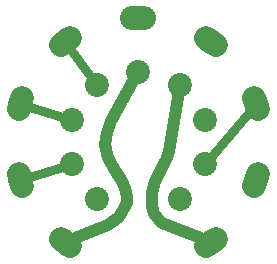
<source format=gtl>
G04 #@! TF.GenerationSoftware,KiCad,Pcbnew,(5.0.2)-1*
G04 #@! TF.CreationDate,2019-04-02T21:27:11-07:00*
G04 #@! TF.ProjectId,5670-6922-adapter,35363730-2d36-4393-9232-2d6164617074,rev?*
G04 #@! TF.SameCoordinates,Original*
G04 #@! TF.FileFunction,Copper,L1,Top*
G04 #@! TF.FilePolarity,Positive*
%FSLAX46Y46*%
G04 Gerber Fmt 4.6, Leading zero omitted, Abs format (unit mm)*
G04 Created by KiCad (PCBNEW (5.0.2)-1) date 4/2/2019 9:27:11 PM*
%MOMM*%
%LPD*%
G01*
G04 APERTURE LIST*
G04 #@! TA.AperFunction,ComponentPad*
%ADD10C,2.030000*%
G04 #@! TD*
G04 #@! TA.AperFunction,Conductor*
%ADD11C,2.030000*%
G04 #@! TD*
G04 #@! TA.AperFunction,ComponentPad*
%ADD12O,3.050000X2.030000*%
G04 #@! TD*
G04 #@! TA.AperFunction,Conductor*
%ADD13C,1.016000*%
G04 #@! TD*
G04 #@! TA.AperFunction,Conductor*
%ADD14C,0.762000*%
G04 #@! TD*
G04 APERTURE END LIST*
D10*
G04 #@! TO.P,J1,1*
G04 #@! TO.N,Heater1*
X101421745Y-87869678D03*
D11*
G04 #@! TD*
G04 #@! TO.N,Heater1*
G04 #@! TO.C,J1*
X101834344Y-87569908D02*
X101009146Y-88169448D01*
D10*
G04 #@! TO.P,J1,2*
G04 #@! TO.N,Cathode2*
X105236093Y-82619678D03*
D11*
G04 #@! TD*
G04 #@! TO.N,Cathode2*
G04 #@! TO.C,J1*
X105393692Y-82134639D02*
X105078494Y-83104717D01*
D10*
G04 #@! TO.P,J1,3*
G04 #@! TO.N,Grid2*
X105236093Y-76130322D03*
D11*
G04 #@! TD*
G04 #@! TO.N,Grid2*
G04 #@! TO.C,J1*
X105078494Y-75645283D02*
X105393692Y-76615361D01*
D10*
G04 #@! TO.P,J1,4*
G04 #@! TO.N,Plate2*
X101421745Y-70880322D03*
D11*
G04 #@! TD*
G04 #@! TO.N,Plate2*
G04 #@! TO.C,J1*
X101009146Y-70580552D02*
X101834344Y-71180092D01*
D12*
G04 #@! TO.P,J1,5*
G04 #@! TO.N,Shield*
X95250000Y-68875000D03*
D10*
G04 #@! TO.P,J1,6*
G04 #@! TO.N,Plate1*
X89078255Y-70880322D03*
D11*
G04 #@! TD*
G04 #@! TO.N,Plate1*
G04 #@! TO.C,J1*
X89490854Y-70580552D02*
X88665656Y-71180092D01*
D10*
G04 #@! TO.P,J1,7*
G04 #@! TO.N,Grid1*
X85263907Y-76130322D03*
D11*
G04 #@! TD*
G04 #@! TO.N,Grid1*
G04 #@! TO.C,J1*
X85421506Y-75645283D02*
X85106308Y-76615361D01*
D10*
G04 #@! TO.P,J1,8*
G04 #@! TO.N,Cathode1*
X85263907Y-82619678D03*
D11*
G04 #@! TD*
G04 #@! TO.N,Cathode1*
G04 #@! TO.C,J1*
X85106308Y-82134639D02*
X85421506Y-83104717D01*
D10*
G04 #@! TO.P,J1,9*
G04 #@! TO.N,Heater2*
X89078255Y-87869678D03*
D11*
G04 #@! TD*
G04 #@! TO.N,Heater2*
G04 #@! TO.C,J1*
X88665656Y-87569908D02*
X89490854Y-88169448D01*
D10*
G04 #@! TO.P,J2,9*
G04 #@! TO.N,Shield*
X91755617Y-84184606D03*
G04 #@! TO.P,J2,8*
G04 #@! TO.N,Cathode1*
X89595969Y-81212106D03*
G04 #@! TO.P,J2,7*
G04 #@! TO.N,Grid1*
X89595969Y-77537894D03*
G04 #@! TO.P,J2,6*
G04 #@! TO.N,Plate1*
X91755617Y-74565394D03*
G04 #@! TO.P,J2,5*
G04 #@! TO.N,Heater2*
X95250000Y-73430000D03*
G04 #@! TO.P,J2,4*
G04 #@! TO.N,Heater1*
X98744383Y-74565394D03*
G04 #@! TO.P,J2,3*
G04 #@! TO.N,Cathode2*
X100904031Y-77537894D03*
G04 #@! TO.P,J2,2*
G04 #@! TO.N,Grid2*
X100904031Y-81212106D03*
G04 #@! TO.P,J2,1*
G04 #@! TO.N,Plate2*
X98744383Y-84184606D03*
G04 #@! TD*
D13*
G04 #@! TO.N,Heater2*
X92933994Y-77597000D02*
X95250000Y-73430000D01*
X92460355Y-79629000D02*
X92710000Y-80756592D01*
X93599000Y-85737700D02*
X94284800Y-84582000D01*
X93599000Y-85737700D02*
X92710000Y-86444047D01*
X89078255Y-87869678D02*
X92710000Y-86444047D01*
X92710000Y-80756592D02*
X93345000Y-81966085D01*
X92460355Y-79629000D02*
X92612172Y-78613000D01*
X92933994Y-77597000D02*
X92612172Y-78613000D01*
X94310200Y-84074000D02*
X94284800Y-84582000D01*
X93853000Y-82718583D02*
X94228869Y-83566000D01*
X94228869Y-83566000D02*
X94310200Y-84074000D01*
X93345000Y-81966085D02*
X93853000Y-82718583D01*
D14*
G04 #@! TO.N,Cathode1*
X89595969Y-81212106D02*
X85263907Y-82619678D01*
G04 #@! TO.N,Grid1*
X89595969Y-77537894D02*
X85263907Y-76130322D01*
G04 #@! TO.N,Plate1*
X91755617Y-74565394D02*
X89078255Y-70880322D01*
G04 #@! TO.N,Grid2*
X100904031Y-81212106D02*
X105236093Y-76130322D01*
D13*
G04 #@! TO.N,Heater1*
X98744383Y-74565394D02*
X97947029Y-79756000D01*
X97282000Y-86208694D02*
X101421745Y-87869678D01*
X97282000Y-86208694D02*
X96598853Y-85471000D01*
X97947029Y-79756000D02*
X97837036Y-80264000D01*
X97628616Y-80899000D02*
X97837036Y-80264000D01*
X96405115Y-84836000D02*
X96598853Y-85471000D01*
X96374419Y-83693000D02*
X96405115Y-84836000D01*
X96374419Y-83693000D02*
X96616650Y-82677000D01*
X97628616Y-80899000D02*
X96616650Y-82677000D01*
G04 #@! TD*
M02*

</source>
